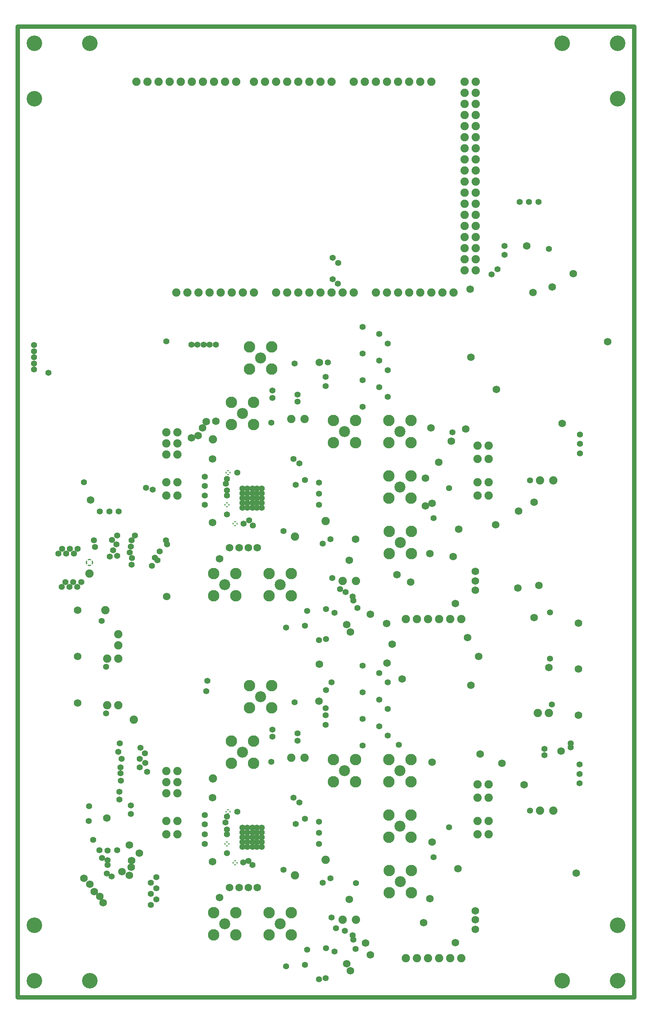
<source format=gbr>
%FSTAX23Y23*%
%MOIN*%
%SFA1B1*%

%IPPOS*%
%AMD68*
1,1,0.065433,0.000000,0.000000*
1,0,0.045433,0.000000,0.000000*
4,0,4,0.019600,0.026700,-0.026700,-0.019600,-0.019600,-0.026700,0.026700,0.019600,0.019600,0.026700,0.0*
4,0,4,-0.019600,0.026700,0.026700,-0.019600,0.019600,-0.026700,-0.026700,0.019600,-0.019600,0.026700,0.0*
%
%AMD71*
1,1,0.045000,0.000000,0.000000*
1,0,0.025000,0.000000,0.000000*
4,0,4,0.012400,0.019400,-0.019400,-0.012400,-0.012400,-0.019400,0.019400,0.012400,0.012400,0.019400,0.0*
4,0,4,-0.012400,0.019400,0.019400,-0.012400,0.012400,-0.019400,-0.019400,0.012400,-0.012400,0.019400,0.0*
%
%ADD64C,0.040000*%
%ADD65C,0.140000*%
%ADD66C,0.075433*%
G04~CAMADD=68~12~0.0~0.0~0.0~0.0~0.0~0.0~0~654.3~454.3~0.0~45.0~4~100.0~0.0~0.0~0.0~0~0.0~0.0~0.0~0.0~654.3~654.3*
%ADD68D68*%
%ADD70C,0.099055*%
G04~CAMADD=71~12~0.0~0.0~0.0~0.0~0.0~0.0~0~450.0~250.0~0.0~45.0~4~100.0~0.0~0.0~0.0~0~0.0~0.0~0.0~0.0~450.0~450.0*
%ADD71D71*%
%ADD72C,0.055000*%
%ADD73C,0.068000*%
%ADD75C,0.102992*%
%LNcfd_2channel_copper_plane_2-1*%
%LPD*%
G54D64*
X0Y0D02*
Y0875D01*
X0556*
Y0D02*
Y0875D01*
X0Y0D02*
X0556D01*
G54D65*
X0491Y0015D03*
X0541Y0065D03*
Y081D03*
X0491Y086D03*
X0065Y0015D03*
X0015Y0065D03*
Y081D03*
X0065Y086D03*
X0015D03*
Y0015D03*
X0541Y086D03*
Y0015D03*
G54D66*
X0471Y0466D03*
X02465Y05215D03*
Y0216D03*
X0471Y01685D03*
X0293Y03755D03*
Y007D03*
X0413Y06555D03*
X0403D03*
X0203Y06355D03*
X0193D03*
X0137Y08255D03*
X0483Y0466D03*
X0144Y04895D03*
X0134D03*
X0144Y04995D03*
X0134D03*
X0144Y05095D03*
X0134D03*
X0144Y0184D03*
X0134D03*
X0144Y0194D03*
X0134D03*
X0144Y0204D03*
X0134D03*
X02585Y0216D03*
X0305Y007D03*
X0176Y01975D03*
X04Y00355D03*
X039D03*
X038D03*
X037D03*
X036D03*
X035D03*
X025Y011D03*
X02775Y0124D03*
X0144Y0159D03*
X0134D03*
Y0147D03*
X0144D03*
X04145Y0192D03*
X04245D03*
Y018D03*
X04145D03*
Y0159D03*
X04245D03*
Y0147D03*
X04145D03*
X02775Y04295D03*
X0176Y0503D03*
X04245Y04645D03*
X04145D03*
Y04525D03*
X04245D03*
Y04975D03*
X04145D03*
Y04855D03*
X04245D03*
X0134Y04645D03*
X0144D03*
Y04525D03*
X0134D03*
X025Y04155D03*
X04Y0341D03*
X039D03*
X038D03*
X037D03*
X036D03*
X035D03*
X0305Y03755D03*
X02585Y05215D03*
X0469Y02565D03*
X0479D03*
X00805Y02635D03*
X00905D03*
X00645Y0382D03*
X00905Y03055D03*
X00805D03*
X00905Y03275D03*
Y03175D03*
X0483Y01685D03*
X0243Y06355D03*
X0263D03*
X0253D03*
X0283D03*
X0273D03*
X0303D03*
X0293D03*
X0233D03*
X0413Y06655D03*
X0403D03*
X0413Y06955D03*
Y06855D03*
Y06755D03*
Y07055D03*
X0403Y06955D03*
Y06855D03*
Y06755D03*
Y07055D03*
X0413Y07455D03*
Y07355D03*
X0403D03*
X0413Y07255D03*
X0403D03*
X0413Y07155D03*
X0403D03*
Y07455D03*
X0413Y07755D03*
Y07655D03*
Y07555D03*
Y07855D03*
X0403Y07755D03*
Y07655D03*
Y07555D03*
Y07855D03*
X0313Y08255D03*
X0333D03*
X0323D03*
X0353D03*
X0343D03*
X0373D03*
X0363D03*
X0303D03*
X0223D03*
X0243D03*
X0233D03*
X0263D03*
X0253D03*
X0283D03*
X0273D03*
X0157D03*
X0147D03*
X0177D03*
X0167D03*
X0117D03*
X0107D03*
X0127D03*
X0197D03*
X0187D03*
X0213D03*
X0413D03*
Y08155D03*
X0403D03*
X0413Y08055D03*
X0403D03*
X0413Y07955D03*
X0403D03*
Y08255D03*
X0333Y06355D03*
X0353D03*
X0343D03*
X0373D03*
X0363D03*
X0393D03*
X0383D03*
X0323D03*
X0153D03*
X0173D03*
X0163D03*
X0183D03*
X0213D03*
X0143D03*
X01045Y02505D03*
X0079Y0349D03*
G54D68*
X00645Y0392D03*
G54D70*
X02365Y00665D03*
X02025Y0221D03*
X01865Y00665D03*
X02945Y02045D03*
X0219Y0271D03*
X03445Y02045D03*
X0345Y01045D03*
X03445Y01545D03*
X0345Y041D03*
X03445Y046D03*
X0219Y05765D03*
X03445Y051D03*
X01865Y0372D03*
X02945Y051D03*
X02365Y0372D03*
X02025Y05265D03*
G54D71*
X01895Y0473D03*
X01885Y01385D03*
X01895Y01675D03*
X0196Y01215D03*
X01885Y0444D03*
X0196Y0427D03*
G54D72*
X02028Y01531D03*
X02071D03*
X02115D03*
X02158D03*
X02201D03*
X02028Y01488D03*
X02071D03*
X02115D03*
X02158D03*
X02201D03*
X02028Y01445D03*
X02071D03*
X02115D03*
X02158D03*
X02201D03*
X02028Y01401D03*
X02071D03*
X02115D03*
X02158D03*
X02201D03*
X02028Y01358D03*
X02071D03*
X02115D03*
X02158D03*
X02201D03*
X02028Y04586D03*
X02071D03*
X02115D03*
X02158D03*
X02201D03*
X02028Y04543D03*
X02071D03*
X02115D03*
X02158D03*
X02201D03*
X02028Y045D03*
X02071D03*
X02115D03*
X02158D03*
X02201D03*
X02028Y04456D03*
X02071D03*
X02115D03*
X02158D03*
X02201D03*
X02028Y04413D03*
X02071D03*
X02115D03*
X02158D03*
X02201D03*
X01335Y0412D03*
X0305Y0103D03*
X03436Y02278D03*
X0326Y02925D03*
X03335Y0284D03*
X03749Y01264D03*
X05065Y021D03*
X0507Y0499D03*
Y05075D03*
Y04905D03*
X04985Y0229D03*
X04273Y06516D03*
X0284Y06475D03*
X02841Y06666D03*
X02885Y06435D03*
X0289Y0662D03*
X02523Y05435D03*
X04325Y06565D03*
X0479Y06747D03*
X0439Y06773D03*
X04525Y0717D03*
X0461D03*
X04695D03*
X0439Y06695D03*
X05065Y0193D03*
Y02015D03*
X0081Y01325D03*
X00642Y01725D03*
X0064Y0159D03*
X0068Y0142D03*
X00738Y01327D03*
X00898D03*
X0081Y01237D03*
X0076Y01257D03*
X02777Y02458D03*
X02777Y02542D03*
X02778Y0551D03*
X02775Y05595D03*
X0091Y0438D03*
X00825D03*
X0074D03*
X01685Y01385D03*
Y0147D03*
Y01642D03*
Y0156D03*
Y04695D03*
Y0461D03*
Y0444D03*
Y04525D03*
X01875Y0463D03*
X01886Y04675D03*
X0173Y05882D03*
X01675D03*
X0162D03*
X01565D03*
X01785D03*
X0134Y05915D03*
X00145Y0566D03*
X00275Y0563D03*
X00145Y0588D03*
Y05825D03*
Y0577D03*
Y05715D03*
X0198Y0473D03*
X03063Y0351D03*
X02907Y0368D03*
X0278Y0277D03*
X02777Y02606D03*
X0212Y04255D03*
X00845Y0109D03*
X02034Y01217D03*
X0125Y01085D03*
X02115Y01195D03*
X0208Y0123D03*
X00802Y01117D03*
X012Y00835D03*
X0081Y01195D03*
X01886Y01631D03*
X01885Y01515D03*
Y0457D03*
X02085Y043D03*
X01874Y01576D03*
X004Y04045D03*
X0054D03*
X00365Y04D03*
X00505D03*
X0047Y04045D03*
X00435Y04D03*
X00465Y037D03*
X00573Y03742D03*
X005Y03745D03*
X00535Y037D03*
X0043Y03745D03*
X00395Y037D03*
X00925Y02075D03*
Y0202D03*
X0093Y01955D03*
X00935Y0215D03*
X00905Y02215D03*
X0092Y0229D03*
X01165Y02035D03*
X011Y02075D03*
X0115Y02115D03*
X011Y0215D03*
X01145Y022D03*
X01105Y0225D03*
X0171Y02855D03*
X017Y0276D03*
X0283Y0284D03*
X0086Y0403D03*
X0083Y03975D03*
X00895Y0398D03*
X0089Y04085D03*
X0085Y04125D03*
X00895Y04165D03*
X00685Y0412D03*
X00695Y0406D03*
X01025Y039D03*
X0103Y0396D03*
X0101Y0401D03*
X0102Y04065D03*
X01025Y0412D03*
X01055Y04165D03*
X04985Y02255D03*
X0475Y02185D03*
Y0224D03*
X00595Y04645D03*
X01157Y04593D03*
X01216Y04576D03*
X03028Y00521D03*
X02855Y00412D03*
X03046Y00438D03*
X0302Y0056D03*
X0102Y0173D03*
Y01655D03*
X00915Y01855D03*
Y01785D03*
X00795Y0256D03*
X0283Y0072D03*
X0287Y00625D03*
X02835Y0378D03*
X03028Y03576D03*
X02957Y03655D03*
X02855Y03467D03*
X0302Y03615D03*
X02495Y0266D03*
X02715Y0322D03*
X0462Y0466D03*
X04818Y0264D03*
X048Y03055D03*
X0242Y03335D03*
X0278Y0323D03*
Y035D03*
X02775Y00175D03*
X0278Y00445D03*
X00757Y03395D03*
X01345Y04082D03*
X0126Y0394D03*
X0121Y0389D03*
X01235Y03964D03*
X0128Y04019D03*
X0125Y00985D03*
X012Y01035D03*
X0125Y00885D03*
X012Y00935D03*
X00795Y0298D03*
X0259Y00295D03*
X02715Y00165D03*
X0311Y0299D03*
X02487Y018D03*
X0254Y01758D03*
X0389Y01535D03*
X02506Y01565D03*
X0259Y0161D03*
X02523Y0238D03*
X02295Y02415D03*
X02523Y02315D03*
X02295Y0235D03*
X02285Y02125D03*
X0295Y006D03*
X0275Y01035D03*
X0282Y01075D03*
X0311Y0251D03*
Y0227D03*
X0261Y0043D03*
X0242Y0028D03*
X0311Y0275D03*
X03335Y026D03*
Y0236D03*
X02715Y01585D03*
Y01485D03*
Y01385D03*
X01885Y013D03*
X0198Y01675D03*
X02395Y0115D03*
X02487Y04855D03*
X02295Y0547D03*
X02523Y0537D03*
X02295Y05405D03*
X0275Y0409D03*
X0259Y04665D03*
X0261Y03485D03*
X02495Y05715D03*
X02795Y05725D03*
X02715Y0444D03*
Y0454D03*
Y0464D03*
X0254Y04813D03*
X02285Y0518D03*
X0462Y01685D03*
X048Y0347D03*
X01885Y0147D03*
X0326Y02685D03*
Y02445D03*
X02395Y04205D03*
X02035Y0427D03*
X01885Y04355D03*
X03335Y05415D03*
Y05655D03*
Y05895D03*
X0392Y05095D03*
X0282Y0413D03*
X02506Y0462D03*
X0259Y0335D03*
X0311Y05805D03*
Y05565D03*
X0326Y0574D03*
Y055D03*
X0311Y05325D03*
Y06045D03*
X0326Y0598D03*
X03749Y04319D03*
X0389Y0459D03*
X01885Y04525D03*
G54D73*
X03925Y03975D03*
X0342Y0381D03*
X0318Y03453D03*
X0431Y0426D03*
X04645Y06355D03*
X04315Y0548D03*
X04085Y02815D03*
X03465Y0287D03*
X0272Y03005D03*
X0532Y0591D03*
X0482Y06405D03*
X05035Y0112D03*
X0501Y06525D03*
X05055Y03375D03*
X04085Y0577D03*
X0408Y06385D03*
X03675Y0468D03*
X03045Y0413D03*
X03675Y0443D03*
X03795Y04825D03*
X0391Y05015D03*
X0404Y05125D03*
X0459Y06775D03*
X0491Y05175D03*
X04125Y0367D03*
Y03755D03*
Y0384D03*
Y00615D03*
Y007D03*
Y0078D03*
X01025Y01232D03*
X0216Y0099D03*
X0208D03*
X01995D03*
X0191D03*
X0182Y009D03*
X0216Y04055D03*
X0208D03*
X01995D03*
X0191D03*
X01755Y04855D03*
X017Y0519D03*
X01785Y05195D03*
X01665Y05135D03*
X01627Y05065D03*
X04515Y04385D03*
X04655Y04465D03*
X047Y03715D03*
X04655Y03425D03*
X03375Y03185D03*
X03325Y0337D03*
X02715Y0267D03*
X049Y0222D03*
X01005Y01375D03*
X01565Y05045D03*
X0077Y00855D03*
X0074Y0091D03*
X00595Y01075D03*
X0065Y0102D03*
X0069Y00955D03*
X01005Y011D03*
X01022Y01172D03*
X0094Y01135D03*
X01095Y013D03*
X0054Y0349D03*
X0451Y0369D03*
X0366Y00675D03*
X03715Y0089D03*
X0318Y00385D03*
X03542Y03742D03*
X03715Y04D03*
X03735Y0212D03*
X0479Y02975D03*
X0417Y02195D03*
X04567Y01917D03*
X04365Y0211D03*
X04055Y03245D03*
X04155Y03075D03*
X03975Y0422D03*
X0397Y0116D03*
X0333Y03015D03*
X02965Y0336D03*
X01344Y03612D03*
X00803Y01616D03*
X0054Y02655D03*
Y03075D03*
X00655Y04485D03*
X05055Y02545D03*
Y0296D03*
X03945Y00495D03*
X01755Y01225D03*
Y018D03*
X0299Y00885D03*
X03135Y0049D03*
X02965Y00305D03*
X03Y0024D03*
Y03295D03*
X0299Y0394D03*
X03945Y0355D03*
X03735Y014D03*
X0182Y03955D03*
X0272Y05725D03*
X03735Y04455D03*
X03725Y05135D03*
X01755Y0428D03*
G54D75*
X03545Y052D03*
X03345D03*
X03545Y05D03*
X03345Y047D03*
Y05D03*
X03545Y045D03*
Y047D03*
X0355Y042D03*
X0335D03*
X03345Y045D03*
X0355Y04D03*
X0335D03*
X02845Y052D03*
X0229Y05665D03*
Y05865D03*
X03045Y052D03*
Y05D03*
X02845D03*
X02125Y05165D03*
Y05365D03*
X02465Y0362D03*
Y0382D03*
X02265Y0362D03*
Y0382D03*
X03545Y01645D03*
Y01945D03*
X0355Y01145D03*
Y00945D03*
X03545Y02145D03*
X03345Y01645D03*
Y01945D03*
X03545Y01445D03*
X0335Y01145D03*
X03345Y01445D03*
Y02145D03*
X0335Y00945D03*
X02845Y02145D03*
X0229Y0261D03*
Y0281D03*
X03045Y02145D03*
Y01945D03*
X02845D03*
X02125Y0211D03*
Y0231D03*
X02465Y00565D03*
Y00765D03*
X02265Y00565D03*
Y00765D03*
X0209Y05865D03*
Y05665D03*
X01925Y05165D03*
Y05365D03*
X0209Y0281D03*
Y0261D03*
X01965Y0382D03*
Y0362D03*
X01925Y0211D03*
Y0231D03*
X01765Y0362D03*
Y0382D03*
X01965Y00765D03*
Y00565D03*
X01765D03*
Y00765D03*
M02*
</source>
